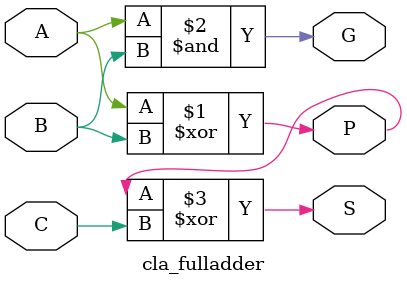
<source format=v>
module cla_fulladder(
    input wire A,
    input wire B,
    input wire C,
    output wire G,
    output wire P,
    output wire S
);
    assign P = A ^ B; // propagate
    assign G = A & B; // generate
    assign S = P ^ C; // sum = A xor B xor C = P xor C
endmodule
</source>
